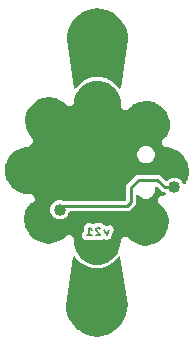
<source format=gbr>
G04 EAGLE Gerber RS-274X export*
G75*
%MOMM*%
%FSLAX34Y34*%
%LPD*%
%INBottom Copper*%
%IPPOS*%
%AMOC8*
5,1,8,0,0,1.08239X$1,22.5*%
G01*
%ADD10C,0.203200*%
%ADD11C,4.064000*%
%ADD12C,1.016000*%
%ADD13C,0.254000*%

G36*
X2080Y-103748D02*
X2080Y-103748D01*
X2129Y-103752D01*
X2289Y-103735D01*
X2935Y-103625D01*
X2944Y-103622D01*
X3080Y-103591D01*
X7078Y-102409D01*
X7092Y-102402D01*
X7207Y-102363D01*
X8064Y-102005D01*
X8075Y-101999D01*
X8179Y-101949D01*
X8186Y-101946D01*
X8188Y-101945D01*
X8193Y-101943D01*
X10004Y-100933D01*
X10014Y-100925D01*
X10125Y-100856D01*
X11810Y-99648D01*
X11820Y-99639D01*
X11922Y-99558D01*
X13461Y-98168D01*
X13469Y-98159D01*
X13479Y-98152D01*
X13492Y-98136D01*
X13562Y-98066D01*
X14934Y-96512D01*
X14946Y-96494D01*
X15001Y-96428D01*
X15315Y-96005D01*
X15318Y-96000D01*
X15654Y-95545D01*
X15655Y-95544D01*
X15656Y-95543D01*
X15659Y-95538D01*
X15664Y-95530D01*
X15677Y-95514D01*
X15926Y-95158D01*
X15931Y-95154D01*
X15948Y-95134D01*
X16289Y-94862D01*
X16297Y-94854D01*
X16316Y-94840D01*
X16333Y-94826D01*
X16351Y-94806D01*
X16396Y-94767D01*
X16396Y-94766D01*
X16404Y-94756D01*
X16428Y-94737D01*
X16533Y-94614D01*
X17393Y-93462D01*
X17454Y-93356D01*
X17521Y-93252D01*
X17541Y-93202D01*
X17550Y-93186D01*
X17556Y-93165D01*
X17581Y-93103D01*
X19445Y-87493D01*
X19459Y-87422D01*
X19483Y-87354D01*
X19506Y-87195D01*
X19741Y-84268D01*
X19741Y-84249D01*
X19745Y-84197D01*
X19747Y-84103D01*
X19746Y-84093D01*
X19748Y-84072D01*
X19748Y-82395D01*
X20962Y-81239D01*
X20969Y-81231D01*
X20985Y-81217D01*
X22171Y-80031D01*
X23847Y-80072D01*
X23857Y-80071D01*
X23878Y-80073D01*
X25555Y-80073D01*
X26711Y-81287D01*
X26719Y-81293D01*
X26733Y-81310D01*
X26800Y-81377D01*
X26815Y-81388D01*
X26853Y-81427D01*
X29077Y-83409D01*
X29140Y-83452D01*
X29196Y-83503D01*
X29334Y-83587D01*
X34648Y-86363D01*
X34768Y-86408D01*
X34885Y-86458D01*
X34930Y-86468D01*
X34946Y-86474D01*
X34968Y-86476D01*
X35043Y-86493D01*
X40968Y-87406D01*
X41096Y-87409D01*
X41224Y-87419D01*
X41269Y-87414D01*
X41286Y-87414D01*
X41308Y-87410D01*
X41384Y-87401D01*
X47287Y-86353D01*
X47409Y-86315D01*
X47533Y-86283D01*
X47574Y-86264D01*
X47591Y-86258D01*
X47610Y-86247D01*
X47679Y-86214D01*
X52928Y-83317D01*
X53023Y-83248D01*
X53123Y-83184D01*
X53130Y-83177D01*
X53138Y-83171D01*
X53171Y-83140D01*
X53185Y-83129D01*
X53199Y-83112D01*
X53254Y-83059D01*
X57287Y-78623D01*
X57360Y-78518D01*
X57439Y-78417D01*
X57459Y-78377D01*
X57470Y-78363D01*
X57477Y-78342D01*
X57512Y-78274D01*
X59898Y-72773D01*
X59933Y-72651D01*
X59975Y-72530D01*
X59982Y-72485D01*
X59987Y-72468D01*
X59987Y-72446D01*
X59998Y-72370D01*
X60481Y-66394D01*
X60475Y-66267D01*
X60476Y-66139D01*
X60467Y-66094D01*
X60467Y-66076D01*
X60460Y-66056D01*
X60446Y-65980D01*
X58974Y-60168D01*
X58927Y-60049D01*
X58887Y-59928D01*
X58864Y-59888D01*
X58858Y-59872D01*
X58845Y-59854D01*
X58808Y-59788D01*
X55539Y-54761D01*
X55490Y-54704D01*
X55449Y-54640D01*
X55338Y-54523D01*
X53132Y-52478D01*
X53114Y-52465D01*
X53053Y-52410D01*
X51728Y-51370D01*
X51326Y-48027D01*
X53405Y-45378D01*
X55051Y-45180D01*
X55074Y-45174D01*
X55097Y-45174D01*
X55186Y-45148D01*
X55243Y-45148D01*
X55251Y-45147D01*
X55395Y-45139D01*
X56976Y-44948D01*
X57057Y-44928D01*
X57140Y-44917D01*
X57211Y-44889D01*
X57284Y-44871D01*
X57358Y-44831D01*
X57435Y-44800D01*
X57497Y-44756D01*
X57564Y-44719D01*
X57625Y-44663D01*
X57693Y-44614D01*
X57741Y-44555D01*
X57797Y-44503D01*
X57842Y-44433D01*
X57896Y-44369D01*
X57928Y-44300D01*
X57969Y-44236D01*
X57996Y-44156D01*
X58031Y-44081D01*
X58045Y-44006D01*
X58069Y-43934D01*
X58075Y-43850D01*
X58091Y-43768D01*
X58086Y-43692D01*
X58091Y-43616D01*
X58076Y-43534D01*
X58071Y-43451D01*
X58048Y-43379D01*
X58034Y-43304D01*
X57999Y-43228D01*
X57973Y-43149D01*
X57932Y-43084D01*
X57900Y-43015D01*
X57848Y-42950D01*
X57803Y-42880D01*
X57747Y-42828D01*
X57699Y-42769D01*
X57632Y-42719D01*
X57571Y-42662D01*
X57505Y-42625D01*
X57443Y-42580D01*
X57366Y-42549D01*
X57293Y-42508D01*
X57219Y-42489D01*
X57148Y-42461D01*
X57066Y-42450D01*
X56985Y-42429D01*
X56841Y-42420D01*
X56833Y-42419D01*
X56829Y-42419D01*
X56824Y-42419D01*
X55361Y-42419D01*
X50740Y-37798D01*
X50650Y-37728D01*
X50564Y-37651D01*
X50542Y-37640D01*
X50524Y-37624D01*
X50506Y-37616D01*
X50489Y-37603D01*
X50384Y-37557D01*
X50282Y-37505D01*
X50257Y-37499D01*
X50236Y-37489D01*
X50217Y-37485D01*
X50197Y-37477D01*
X50084Y-37459D01*
X49972Y-37433D01*
X49947Y-37433D01*
X49923Y-37429D01*
X49904Y-37430D01*
X49883Y-37427D01*
X49769Y-37438D01*
X49654Y-37440D01*
X49629Y-37447D01*
X49606Y-37449D01*
X49588Y-37455D01*
X49567Y-37457D01*
X49459Y-37495D01*
X49348Y-37526D01*
X49326Y-37540D01*
X49304Y-37547D01*
X49288Y-37557D01*
X49267Y-37564D01*
X49172Y-37629D01*
X49073Y-37686D01*
X49055Y-37704D01*
X49035Y-37717D01*
X49022Y-37731D01*
X49004Y-37743D01*
X48928Y-37829D01*
X48847Y-37909D01*
X48833Y-37931D01*
X48817Y-37949D01*
X48808Y-37965D01*
X48794Y-37981D01*
X48741Y-38084D01*
X48682Y-38181D01*
X48675Y-38206D01*
X48663Y-38227D01*
X48659Y-38246D01*
X48649Y-38264D01*
X48624Y-38377D01*
X48591Y-38486D01*
X48590Y-38512D01*
X48584Y-38535D01*
X48582Y-38562D01*
X48579Y-38575D01*
X48580Y-38597D01*
X48574Y-38696D01*
X48574Y-41852D01*
X47463Y-44534D01*
X45409Y-46588D01*
X42727Y-47699D01*
X39823Y-47699D01*
X37141Y-46588D01*
X35060Y-44507D01*
X34951Y-44422D01*
X34844Y-44334D01*
X34825Y-44325D01*
X34809Y-44312D01*
X34681Y-44257D01*
X34556Y-44198D01*
X34536Y-44194D01*
X34517Y-44186D01*
X34379Y-44164D01*
X34243Y-44138D01*
X34223Y-44139D01*
X34203Y-44136D01*
X34064Y-44149D01*
X33926Y-44158D01*
X33907Y-44164D01*
X33887Y-44166D01*
X33755Y-44213D01*
X33624Y-44256D01*
X33606Y-44267D01*
X33587Y-44274D01*
X33472Y-44352D01*
X33355Y-44426D01*
X33341Y-44441D01*
X33324Y-44452D01*
X33232Y-44557D01*
X33137Y-44658D01*
X33127Y-44675D01*
X33114Y-44691D01*
X33050Y-44815D01*
X32983Y-44936D01*
X32978Y-44956D01*
X32969Y-44974D01*
X32939Y-45110D01*
X32904Y-45244D01*
X32902Y-45272D01*
X32899Y-45284D01*
X32900Y-45305D01*
X32894Y-45405D01*
X32894Y-52589D01*
X27189Y-58294D01*
X-22577Y-58294D01*
X-22607Y-58297D01*
X-22636Y-58295D01*
X-22764Y-58317D01*
X-22893Y-58334D01*
X-22920Y-58344D01*
X-22949Y-58349D01*
X-23068Y-58403D01*
X-23188Y-58451D01*
X-23212Y-58468D01*
X-23239Y-58480D01*
X-23341Y-58561D01*
X-23446Y-58637D01*
X-23465Y-58660D01*
X-23488Y-58679D01*
X-23566Y-58782D01*
X-23649Y-58882D01*
X-23661Y-58909D01*
X-23679Y-58933D01*
X-23750Y-59077D01*
X-24859Y-61755D01*
X-27145Y-64041D01*
X-30133Y-65279D01*
X-33367Y-65279D01*
X-36355Y-64041D01*
X-38641Y-61755D01*
X-39879Y-58767D01*
X-39879Y-55533D01*
X-38641Y-52545D01*
X-36355Y-50259D01*
X-33367Y-49021D01*
X-30133Y-49021D01*
X-28833Y-49560D01*
X-28824Y-49562D01*
X-28816Y-49567D01*
X-28671Y-49604D01*
X-28527Y-49644D01*
X-28517Y-49644D01*
X-28508Y-49646D01*
X-28348Y-49656D01*
X22987Y-49656D01*
X23105Y-49641D01*
X23224Y-49634D01*
X23262Y-49621D01*
X23303Y-49616D01*
X23413Y-49573D01*
X23526Y-49536D01*
X23561Y-49514D01*
X23598Y-49499D01*
X23694Y-49430D01*
X23795Y-49366D01*
X23823Y-49336D01*
X23856Y-49313D01*
X23932Y-49221D01*
X24013Y-49134D01*
X24033Y-49099D01*
X24058Y-49068D01*
X24109Y-48960D01*
X24167Y-48856D01*
X24177Y-48816D01*
X24194Y-48780D01*
X24216Y-48663D01*
X24246Y-48548D01*
X24250Y-48488D01*
X24254Y-48468D01*
X24252Y-48447D01*
X24256Y-48387D01*
X24256Y-36311D01*
X33136Y-27431D01*
X52589Y-27431D01*
X55490Y-30333D01*
X57527Y-32370D01*
X57621Y-32443D01*
X57710Y-32521D01*
X57746Y-32540D01*
X57778Y-32565D01*
X57888Y-32612D01*
X57994Y-32666D01*
X58033Y-32675D01*
X58070Y-32691D01*
X58188Y-32710D01*
X58304Y-32736D01*
X58344Y-32734D01*
X58384Y-32741D01*
X58503Y-32730D01*
X58622Y-32726D01*
X58661Y-32715D01*
X58701Y-32711D01*
X58813Y-32671D01*
X58927Y-32638D01*
X58962Y-32617D01*
X59000Y-32603D01*
X59099Y-32536D01*
X59201Y-32476D01*
X59247Y-32436D01*
X59263Y-32425D01*
X59277Y-32409D01*
X59322Y-32370D01*
X60483Y-31209D01*
X63471Y-29971D01*
X66704Y-29971D01*
X69692Y-31209D01*
X71979Y-33495D01*
X72436Y-34601D01*
X72458Y-34638D01*
X72472Y-34678D01*
X72536Y-34775D01*
X72594Y-34877D01*
X72624Y-34908D01*
X72647Y-34943D01*
X72734Y-35021D01*
X72815Y-35105D01*
X72852Y-35128D01*
X72883Y-35156D01*
X72987Y-35210D01*
X73086Y-35271D01*
X73127Y-35284D01*
X73165Y-35304D01*
X73279Y-35331D01*
X73390Y-35365D01*
X73433Y-35367D01*
X73475Y-35377D01*
X73591Y-35375D01*
X73708Y-35380D01*
X73750Y-35372D01*
X73793Y-35371D01*
X73905Y-35340D01*
X74019Y-35316D01*
X74058Y-35297D01*
X74099Y-35286D01*
X74200Y-35227D01*
X74305Y-35176D01*
X74338Y-35148D01*
X74375Y-35127D01*
X74458Y-35046D01*
X74547Y-34970D01*
X74572Y-34935D01*
X74602Y-34905D01*
X74694Y-34773D01*
X76199Y-32292D01*
X76254Y-32168D01*
X76314Y-32045D01*
X76323Y-32014D01*
X76328Y-32001D01*
X76332Y-31980D01*
X76357Y-31890D01*
X77682Y-25459D01*
X77692Y-25323D01*
X77708Y-25188D01*
X77705Y-25156D01*
X77706Y-25142D01*
X77703Y-25121D01*
X77696Y-25027D01*
X76788Y-18524D01*
X76781Y-18499D01*
X76780Y-18477D01*
X76752Y-18391D01*
X76721Y-18260D01*
X76708Y-18231D01*
X76705Y-18217D01*
X76694Y-18199D01*
X76656Y-18113D01*
X73621Y-12291D01*
X73543Y-12179D01*
X73470Y-12064D01*
X73447Y-12041D01*
X73439Y-12030D01*
X73423Y-12016D01*
X73359Y-11948D01*
X68547Y-7480D01*
X68436Y-7401D01*
X68328Y-7317D01*
X68300Y-7303D01*
X68288Y-7295D01*
X68269Y-7287D01*
X68185Y-7245D01*
X62154Y-4649D01*
X62075Y-4626D01*
X61999Y-4594D01*
X61854Y-4563D01*
X61848Y-4561D01*
X61846Y-4561D01*
X61842Y-4560D01*
X59610Y-4223D01*
X59521Y-4221D01*
X59433Y-4209D01*
X59307Y-4216D01*
X59292Y-4215D01*
X59286Y-4217D01*
X59272Y-4218D01*
X59111Y-4237D01*
X59051Y-4211D01*
X58990Y-4175D01*
X58905Y-4149D01*
X58823Y-4114D01*
X58699Y-4088D01*
X58686Y-4083D01*
X58679Y-4083D01*
X58666Y-4080D01*
X58583Y-4068D01*
X58561Y-4067D01*
X58476Y-4056D01*
X56795Y-3948D01*
X54573Y-1418D01*
X54790Y1942D01*
X57319Y4165D01*
X57453Y4156D01*
X57562Y4163D01*
X57671Y4161D01*
X57720Y4172D01*
X57771Y4176D01*
X57874Y4209D01*
X57980Y4234D01*
X58025Y4258D01*
X58073Y4273D01*
X58165Y4331D01*
X58262Y4382D01*
X58299Y4416D01*
X58342Y4443D01*
X58417Y4522D01*
X58497Y4595D01*
X58545Y4658D01*
X58560Y4675D01*
X58569Y4689D01*
X58594Y4724D01*
X58954Y5268D01*
X58989Y5341D01*
X59033Y5408D01*
X59093Y5551D01*
X59094Y5554D01*
X59094Y5555D01*
X59095Y5557D01*
X61152Y11576D01*
X61179Y11707D01*
X61212Y11837D01*
X61213Y11873D01*
X61216Y11887D01*
X61215Y11909D01*
X61220Y11998D01*
X61163Y18358D01*
X61145Y18491D01*
X61132Y18624D01*
X61122Y18659D01*
X61120Y18673D01*
X61112Y18693D01*
X61087Y18779D01*
X58921Y24759D01*
X58860Y24879D01*
X58804Y25000D01*
X58783Y25029D01*
X58776Y25043D01*
X58762Y25059D01*
X58710Y25131D01*
X54681Y30054D01*
X54584Y30146D01*
X54491Y30242D01*
X54461Y30262D01*
X54451Y30273D01*
X54432Y30283D01*
X54359Y30334D01*
X48924Y33640D01*
X48802Y33695D01*
X48682Y33754D01*
X48648Y33764D01*
X48634Y33770D01*
X48613Y33774D01*
X48527Y33798D01*
X42304Y35112D01*
X42170Y35123D01*
X42037Y35139D01*
X42001Y35137D01*
X41987Y35138D01*
X41965Y35135D01*
X41876Y35129D01*
X35570Y34303D01*
X35440Y34269D01*
X35309Y34240D01*
X35276Y34226D01*
X35262Y34222D01*
X35243Y34212D01*
X35161Y34177D01*
X29486Y31304D01*
X29419Y31258D01*
X29347Y31222D01*
X29225Y31127D01*
X29223Y31126D01*
X29222Y31125D01*
X29220Y31123D01*
X28151Y30181D01*
X28087Y30108D01*
X28016Y30042D01*
X27993Y30007D01*
X26666Y28846D01*
X26652Y28830D01*
X26585Y28769D01*
X25548Y27685D01*
X25524Y27682D01*
X25484Y27665D01*
X25442Y27655D01*
X25338Y27603D01*
X25279Y27578D01*
X23777Y27679D01*
X23756Y27677D01*
X23665Y27681D01*
X22165Y27649D01*
X22146Y27663D01*
X22106Y27679D01*
X22069Y27703D01*
X21959Y27739D01*
X21900Y27763D01*
X20909Y28896D01*
X20892Y28910D01*
X20831Y28977D01*
X19748Y30015D01*
X19744Y30038D01*
X19727Y30078D01*
X19718Y30121D01*
X19666Y30224D01*
X19641Y30283D01*
X19741Y31785D01*
X19740Y31807D01*
X19744Y31897D01*
X19706Y33634D01*
X19708Y33646D01*
X19730Y33737D01*
X19736Y33852D01*
X19738Y33869D01*
X19737Y33878D01*
X19738Y33897D01*
X19725Y35028D01*
X19715Y35096D01*
X19716Y35165D01*
X19686Y35324D01*
X18265Y40945D01*
X18222Y41055D01*
X18186Y41168D01*
X18157Y41222D01*
X18149Y41241D01*
X18137Y41257D01*
X18109Y41310D01*
X17609Y42103D01*
X17596Y42120D01*
X17586Y42139D01*
X17496Y42242D01*
X17408Y42349D01*
X17390Y42362D01*
X17376Y42378D01*
X17263Y42455D01*
X17151Y42537D01*
X17131Y42545D01*
X17114Y42557D01*
X16984Y42604D01*
X16856Y42655D01*
X16851Y42656D01*
X16826Y42675D01*
X16802Y42685D01*
X15816Y44019D01*
X15804Y44032D01*
X15775Y44072D01*
X13777Y46491D01*
X13762Y46506D01*
X13750Y46524D01*
X13636Y46637D01*
X11493Y48519D01*
X11475Y48531D01*
X11461Y48546D01*
X11330Y48640D01*
X8914Y50156D01*
X8895Y50165D01*
X8878Y50178D01*
X8734Y50250D01*
X6108Y51361D01*
X6087Y51367D01*
X6069Y51377D01*
X5915Y51425D01*
X3145Y52104D01*
X3124Y52106D01*
X3104Y52113D01*
X2944Y52136D01*
X102Y52364D01*
X80Y52363D01*
X59Y52367D01*
X-102Y52364D01*
X-2944Y52136D01*
X-2965Y52132D01*
X-2986Y52132D01*
X-3145Y52104D01*
X-5915Y51425D01*
X-5935Y51418D01*
X-5956Y51415D01*
X-6108Y51361D01*
X-8734Y50250D01*
X-8753Y50239D01*
X-8773Y50233D01*
X-8914Y50156D01*
X-11330Y48640D01*
X-11346Y48627D01*
X-11365Y48617D01*
X-11493Y48519D01*
X-13636Y46637D01*
X-13650Y46621D01*
X-13667Y46609D01*
X-13777Y46491D01*
X-15775Y44072D01*
X-15784Y44057D01*
X-15816Y44019D01*
X-16798Y42691D01*
X-16799Y42690D01*
X-16874Y42636D01*
X-16883Y42632D01*
X-16906Y42627D01*
X-17026Y42565D01*
X-17150Y42508D01*
X-17168Y42493D01*
X-17189Y42482D01*
X-17291Y42392D01*
X-17396Y42306D01*
X-17410Y42287D01*
X-17427Y42272D01*
X-17503Y42160D01*
X-17584Y42050D01*
X-17598Y42020D01*
X-17606Y42009D01*
X-17613Y41989D01*
X-17653Y41905D01*
X-19248Y37919D01*
X-19266Y37852D01*
X-19292Y37789D01*
X-19326Y37631D01*
X-19740Y34794D01*
X-19740Y34789D01*
X-19749Y34687D01*
X-19751Y34675D01*
X-19751Y34667D01*
X-19753Y34640D01*
X-19790Y33043D01*
X-21049Y31942D01*
X-21059Y31930D01*
X-21089Y31905D01*
X-22299Y30750D01*
X-23968Y30862D01*
X-23983Y30861D01*
X-24022Y30864D01*
X-25694Y30903D01*
X-26746Y32105D01*
X-26750Y32109D01*
X-26855Y32215D01*
X-29023Y34156D01*
X-29080Y34195D01*
X-29131Y34242D01*
X-29267Y34328D01*
X-34447Y37120D01*
X-34557Y37163D01*
X-34665Y37213D01*
X-34724Y37227D01*
X-34743Y37235D01*
X-34763Y37237D01*
X-34821Y37251D01*
X-40610Y38307D01*
X-40728Y38313D01*
X-40846Y38327D01*
X-40907Y38323D01*
X-40928Y38324D01*
X-40948Y38320D01*
X-41007Y38316D01*
X-46839Y37531D01*
X-46953Y37501D01*
X-47070Y37477D01*
X-47126Y37455D01*
X-47146Y37449D01*
X-47164Y37439D01*
X-47219Y37417D01*
X-51333Y35440D01*
X-51434Y35375D01*
X-51539Y35315D01*
X-51583Y35279D01*
X-51600Y35268D01*
X-51614Y35252D01*
X-51662Y35212D01*
X-57775Y29340D01*
X-57849Y29249D01*
X-57928Y29163D01*
X-57962Y29109D01*
X-57975Y29092D01*
X-57983Y29074D01*
X-58013Y29027D01*
X-60139Y25085D01*
X-60182Y24974D01*
X-60231Y24866D01*
X-60246Y24807D01*
X-60253Y24788D01*
X-60256Y24768D01*
X-60270Y24710D01*
X-61326Y18921D01*
X-61332Y18803D01*
X-61346Y18685D01*
X-61342Y18624D01*
X-61343Y18604D01*
X-61339Y18584D01*
X-61335Y18524D01*
X-60550Y12693D01*
X-60519Y12578D01*
X-60496Y12461D01*
X-60473Y12405D01*
X-60468Y12385D01*
X-60458Y12368D01*
X-60436Y12312D01*
X-57887Y7009D01*
X-57850Y6951D01*
X-57821Y6888D01*
X-57727Y6757D01*
X-55863Y4469D01*
X-55847Y4454D01*
X-55797Y4394D01*
X-54635Y3176D01*
X-54713Y-190D01*
X-56962Y-2337D01*
X-56975Y-2353D01*
X-57041Y-2419D01*
X-58375Y-3944D01*
X-60055Y-4056D01*
X-60076Y-4060D01*
X-60165Y-4068D01*
X-63357Y-4563D01*
X-63439Y-4587D01*
X-63524Y-4600D01*
X-63652Y-4648D01*
X-63662Y-4651D01*
X-63666Y-4653D01*
X-63675Y-4656D01*
X-69563Y-7255D01*
X-69684Y-7327D01*
X-69806Y-7396D01*
X-69826Y-7413D01*
X-69835Y-7418D01*
X-69849Y-7433D01*
X-69929Y-7500D01*
X-74573Y-11956D01*
X-74661Y-12065D01*
X-74753Y-12172D01*
X-74766Y-12194D01*
X-74773Y-12203D01*
X-74781Y-12221D01*
X-74833Y-12311D01*
X-77673Y-18087D01*
X-77719Y-18219D01*
X-77769Y-18351D01*
X-77773Y-18377D01*
X-77777Y-18387D01*
X-77778Y-18407D01*
X-77796Y-18510D01*
X-78490Y-24908D01*
X-78489Y-24968D01*
X-78491Y-24979D01*
X-78487Y-25034D01*
X-78487Y-25050D01*
X-78489Y-25190D01*
X-78484Y-25215D01*
X-78484Y-25226D01*
X-78479Y-25245D01*
X-78472Y-25284D01*
X-78471Y-25297D01*
X-78468Y-25307D01*
X-78460Y-25348D01*
X-76924Y-31598D01*
X-76873Y-31729D01*
X-76827Y-31862D01*
X-76814Y-31884D01*
X-76810Y-31895D01*
X-76798Y-31911D01*
X-76746Y-32001D01*
X-73164Y-37348D01*
X-73072Y-37455D01*
X-72983Y-37563D01*
X-72963Y-37580D01*
X-72955Y-37588D01*
X-72939Y-37600D01*
X-72859Y-37667D01*
X-67665Y-41466D01*
X-67542Y-41534D01*
X-67420Y-41606D01*
X-67396Y-41615D01*
X-67386Y-41620D01*
X-67367Y-41625D01*
X-67269Y-41661D01*
X-61088Y-43455D01*
X-61004Y-43468D01*
X-60921Y-43491D01*
X-60785Y-43503D01*
X-60774Y-43505D01*
X-60770Y-43504D01*
X-60761Y-43505D01*
X-58102Y-43560D01*
X-58094Y-43559D01*
X-58076Y-43560D01*
X-57328Y-43560D01*
X-57307Y-43558D01*
X-57243Y-43557D01*
X-55740Y-43457D01*
X-53206Y-45675D01*
X-52982Y-49035D01*
X-55200Y-51569D01*
X-56344Y-51645D01*
X-56449Y-51665D01*
X-56554Y-51677D01*
X-56604Y-51696D01*
X-56656Y-51706D01*
X-56752Y-51751D01*
X-56852Y-51789D01*
X-56896Y-51819D01*
X-56943Y-51842D01*
X-57025Y-51910D01*
X-57113Y-51972D01*
X-57171Y-52032D01*
X-57188Y-52046D01*
X-57197Y-52059D01*
X-57225Y-52087D01*
X-57904Y-52883D01*
X-57942Y-52940D01*
X-57988Y-52992D01*
X-58070Y-53131D01*
X-60820Y-58528D01*
X-60860Y-58640D01*
X-60907Y-58749D01*
X-60921Y-58808D01*
X-60928Y-58827D01*
X-60930Y-58848D01*
X-60943Y-58906D01*
X-61890Y-64889D01*
X-61894Y-65007D01*
X-61905Y-65126D01*
X-61900Y-65186D01*
X-61900Y-65207D01*
X-61896Y-65227D01*
X-61890Y-65286D01*
X-60943Y-71269D01*
X-60910Y-71383D01*
X-60884Y-71499D01*
X-60860Y-71555D01*
X-60854Y-71575D01*
X-60844Y-71592D01*
X-60820Y-71647D01*
X-58070Y-77044D01*
X-58003Y-77142D01*
X-57943Y-77245D01*
X-57903Y-77290D01*
X-57891Y-77307D01*
X-57876Y-77321D01*
X-57836Y-77366D01*
X-53553Y-81649D01*
X-53459Y-81722D01*
X-53370Y-81800D01*
X-53318Y-81831D01*
X-53302Y-81844D01*
X-53283Y-81852D01*
X-53232Y-81882D01*
X-47834Y-84632D01*
X-47723Y-84673D01*
X-47614Y-84720D01*
X-47554Y-84733D01*
X-47535Y-84740D01*
X-47515Y-84742D01*
X-47457Y-84755D01*
X-41474Y-85703D01*
X-41355Y-85707D01*
X-41237Y-85718D01*
X-41176Y-85712D01*
X-41156Y-85713D01*
X-41136Y-85708D01*
X-41076Y-85703D01*
X-35093Y-84755D01*
X-34979Y-84722D01*
X-34863Y-84696D01*
X-34808Y-84672D01*
X-34788Y-84666D01*
X-34770Y-84656D01*
X-34716Y-84632D01*
X-29318Y-81882D01*
X-29261Y-81844D01*
X-29199Y-81813D01*
X-29070Y-81717D01*
X-27513Y-80387D01*
X-27509Y-80383D01*
X-27501Y-80377D01*
X-26623Y-79608D01*
X-26609Y-79592D01*
X-26561Y-79550D01*
X-25432Y-78421D01*
X-25392Y-78412D01*
X-25320Y-78376D01*
X-23719Y-78482D01*
X-23698Y-78481D01*
X-23635Y-78485D01*
X-22038Y-78485D01*
X-22004Y-78507D01*
X-21927Y-78533D01*
X-20870Y-79740D01*
X-20855Y-79753D01*
X-20813Y-79801D01*
X-19683Y-80931D01*
X-19675Y-80970D01*
X-19638Y-81043D01*
X-19745Y-82643D01*
X-19744Y-82664D01*
X-19748Y-82728D01*
X-19748Y-83774D01*
X-19747Y-83779D01*
X-19748Y-83791D01*
X-19719Y-85887D01*
X-19709Y-85959D01*
X-19709Y-86031D01*
X-19678Y-86189D01*
X-18192Y-91910D01*
X-18146Y-92025D01*
X-18107Y-92141D01*
X-18081Y-92188D01*
X-18074Y-92206D01*
X-18061Y-92223D01*
X-18029Y-92281D01*
X-14814Y-97242D01*
X-14735Y-97336D01*
X-14661Y-97434D01*
X-14621Y-97470D01*
X-14609Y-97485D01*
X-14591Y-97498D01*
X-14542Y-97543D01*
X-9927Y-101236D01*
X-9822Y-101301D01*
X-9721Y-101371D01*
X-9672Y-101392D01*
X-9655Y-101402D01*
X-9635Y-101409D01*
X-9574Y-101436D01*
X-4029Y-103486D01*
X-3909Y-103514D01*
X-3792Y-103548D01*
X-3738Y-103554D01*
X-3719Y-103558D01*
X-3698Y-103557D01*
X-3631Y-103564D01*
X2032Y-103753D01*
X2080Y-103748D01*
G37*
G36*
X3638Y-164222D02*
X3638Y-164222D01*
X3729Y-164200D01*
X3795Y-164194D01*
X7667Y-163184D01*
X7754Y-163148D01*
X7818Y-163131D01*
X11484Y-161528D01*
X11564Y-161478D01*
X11625Y-161452D01*
X14996Y-159295D01*
X15067Y-159234D01*
X15123Y-159199D01*
X18114Y-156540D01*
X18175Y-156469D01*
X18225Y-156425D01*
X20764Y-153332D01*
X20812Y-153252D01*
X20855Y-153201D01*
X22879Y-149748D01*
X22914Y-149662D01*
X22948Y-149605D01*
X24407Y-145878D01*
X24429Y-145787D01*
X24453Y-145726D01*
X25311Y-141817D01*
X25318Y-141724D01*
X25333Y-141659D01*
X25569Y-137664D01*
X25558Y-137532D01*
X25560Y-137453D01*
X19560Y-97453D01*
X19559Y-97452D01*
X19559Y-97450D01*
X19519Y-97319D01*
X19516Y-97307D01*
X19494Y-97221D01*
X19487Y-97211D01*
X19478Y-97181D01*
X19477Y-97179D01*
X19477Y-97177D01*
X19401Y-97060D01*
X19358Y-96993D01*
X19348Y-96977D01*
X19346Y-96975D01*
X19325Y-96942D01*
X19323Y-96940D01*
X19322Y-96939D01*
X19216Y-96846D01*
X19111Y-96754D01*
X19109Y-96753D01*
X19108Y-96752D01*
X18980Y-96693D01*
X18854Y-96634D01*
X18852Y-96633D01*
X18850Y-96632D01*
X18710Y-96611D01*
X18573Y-96589D01*
X18571Y-96589D01*
X18569Y-96589D01*
X18432Y-96606D01*
X18291Y-96624D01*
X18289Y-96625D01*
X18287Y-96625D01*
X18162Y-96679D01*
X18029Y-96736D01*
X18028Y-96737D01*
X18026Y-96738D01*
X18013Y-96749D01*
X18008Y-96753D01*
X18007Y-96754D01*
X18003Y-96757D01*
X17809Y-96916D01*
X17800Y-96929D01*
X17790Y-96937D01*
X17783Y-96949D01*
X17773Y-96958D01*
X15464Y-99754D01*
X12800Y-102093D01*
X9797Y-103977D01*
X6532Y-105359D01*
X3089Y-106202D01*
X-445Y-106486D01*
X-3978Y-106202D01*
X-7421Y-105359D01*
X-10686Y-103977D01*
X-13689Y-102093D01*
X-16353Y-99754D01*
X-18662Y-96958D01*
X-18663Y-96956D01*
X-18664Y-96955D01*
X-18768Y-96860D01*
X-18841Y-96794D01*
X-18853Y-96782D01*
X-18854Y-96782D01*
X-18872Y-96766D01*
X-18873Y-96765D01*
X-18875Y-96764D01*
X-19005Y-96700D01*
X-19126Y-96640D01*
X-19128Y-96640D01*
X-19130Y-96639D01*
X-19270Y-96614D01*
X-19406Y-96589D01*
X-19408Y-96590D01*
X-19410Y-96589D01*
X-19546Y-96604D01*
X-19689Y-96619D01*
X-19691Y-96619D01*
X-19693Y-96620D01*
X-19820Y-96672D01*
X-19953Y-96725D01*
X-19954Y-96726D01*
X-19956Y-96727D01*
X-20064Y-96812D01*
X-20176Y-96900D01*
X-20177Y-96902D01*
X-20179Y-96903D01*
X-20203Y-96937D01*
X-20204Y-96937D01*
X-20207Y-96943D01*
X-20260Y-97016D01*
X-20343Y-97131D01*
X-20343Y-97133D01*
X-20345Y-97134D01*
X-20350Y-97151D01*
X-20355Y-97164D01*
X-20361Y-97174D01*
X-20385Y-97248D01*
X-20439Y-97398D01*
X-20440Y-97423D01*
X-20447Y-97445D01*
X-20447Y-97449D01*
X-20449Y-97453D01*
X-26449Y-137453D01*
X-26450Y-137586D01*
X-26458Y-137664D01*
X-26222Y-141659D01*
X-26203Y-141751D01*
X-26200Y-141817D01*
X-25342Y-145726D01*
X-25309Y-145814D01*
X-25296Y-145878D01*
X-23837Y-149605D01*
X-23791Y-149686D01*
X-23767Y-149748D01*
X-21744Y-153201D01*
X-21685Y-153274D01*
X-21653Y-153332D01*
X-19113Y-156425D01*
X-19045Y-156489D01*
X-19003Y-156540D01*
X-16011Y-159198D01*
X-15933Y-159250D01*
X-15884Y-159295D01*
X-12514Y-161452D01*
X-12429Y-161491D01*
X-12373Y-161527D01*
X-8707Y-163131D01*
X-8616Y-163156D01*
X-8556Y-163183D01*
X-4684Y-164194D01*
X-4591Y-164205D01*
X-4527Y-164222D01*
X-544Y-164614D01*
X-422Y-164609D01*
X-345Y-164614D01*
X3638Y-164222D01*
G37*
G36*
X-18877Y45552D02*
X-18877Y45552D01*
X-18735Y45570D01*
X-18734Y45571D01*
X-18732Y45571D01*
X-18607Y45625D01*
X-18474Y45682D01*
X-18472Y45683D01*
X-18471Y45684D01*
X-18458Y45695D01*
X-18254Y45862D01*
X-18236Y45887D01*
X-18217Y45904D01*
X-15908Y48700D01*
X-13244Y51039D01*
X-10242Y52923D01*
X-6977Y54305D01*
X-3534Y55148D01*
X0Y55432D01*
X3534Y55148D01*
X6977Y54305D01*
X10242Y52923D01*
X13244Y51039D01*
X15908Y48700D01*
X18217Y45904D01*
X18219Y45902D01*
X18220Y45901D01*
X18324Y45806D01*
X18427Y45712D01*
X18429Y45711D01*
X18430Y45710D01*
X18560Y45646D01*
X18682Y45586D01*
X18684Y45586D01*
X18685Y45585D01*
X18826Y45560D01*
X18962Y45535D01*
X18964Y45536D01*
X18965Y45535D01*
X19102Y45550D01*
X19244Y45565D01*
X19246Y45565D01*
X19248Y45566D01*
X19376Y45618D01*
X19508Y45671D01*
X19510Y45672D01*
X19511Y45673D01*
X19619Y45758D01*
X19732Y45846D01*
X19733Y45848D01*
X19734Y45849D01*
X19815Y45962D01*
X19898Y46077D01*
X19899Y46079D01*
X19900Y46080D01*
X19906Y46097D01*
X19994Y46344D01*
X19996Y46375D01*
X20004Y46399D01*
X26004Y86399D01*
X26005Y86532D01*
X26013Y86610D01*
X25777Y90605D01*
X25759Y90697D01*
X25756Y90763D01*
X24898Y94672D01*
X24865Y94760D01*
X24851Y94824D01*
X23392Y98551D01*
X23347Y98632D01*
X23323Y98694D01*
X21299Y102147D01*
X21241Y102220D01*
X21208Y102278D01*
X18669Y105371D01*
X18600Y105435D01*
X18559Y105486D01*
X15567Y108144D01*
X15489Y108196D01*
X15440Y108241D01*
X12069Y110398D01*
X11984Y110437D01*
X11929Y110473D01*
X8262Y112077D01*
X8172Y112102D01*
X8112Y112129D01*
X4239Y113140D01*
X4146Y113151D01*
X4082Y113168D01*
X100Y113560D01*
X9Y113557D01*
X-43Y113557D01*
X-100Y113560D01*
X-4082Y113168D01*
X-4173Y113146D01*
X-4239Y113140D01*
X-8112Y112130D01*
X-8198Y112094D01*
X-8262Y112077D01*
X-11929Y110474D01*
X-12009Y110424D01*
X-12069Y110398D01*
X-15440Y108241D01*
X-15511Y108180D01*
X-15567Y108145D01*
X-18559Y105486D01*
X-18619Y105415D01*
X-18669Y105371D01*
X-21208Y102278D01*
X-21257Y102198D01*
X-21299Y102147D01*
X-23323Y98694D01*
X-23359Y98608D01*
X-23393Y98551D01*
X-24852Y94824D01*
X-24873Y94733D01*
X-24898Y94672D01*
X-25756Y90763D01*
X-25763Y90670D01*
X-25778Y90605D01*
X-26014Y86610D01*
X-26003Y86478D01*
X-26004Y86399D01*
X-20004Y46399D01*
X-20003Y46398D01*
X-20003Y46396D01*
X-19964Y46265D01*
X-19923Y46127D01*
X-19922Y46125D01*
X-19921Y46123D01*
X-19845Y46006D01*
X-19769Y45888D01*
X-19768Y45886D01*
X-19767Y45885D01*
X-19660Y45792D01*
X-19556Y45700D01*
X-19554Y45699D01*
X-19552Y45698D01*
X-19424Y45639D01*
X-19298Y45580D01*
X-19296Y45579D01*
X-19295Y45578D01*
X-19155Y45557D01*
X-19017Y45535D01*
X-19016Y45535D01*
X-19014Y45535D01*
X-18877Y45552D01*
G37*
%LPC*%
G36*
X8300Y-82745D02*
X8300Y-82745D01*
X8152Y-82715D01*
X8143Y-82716D01*
X8134Y-82714D01*
X7985Y-82725D01*
X7835Y-82733D01*
X7826Y-82736D01*
X7817Y-82736D01*
X7759Y-82752D01*
X6584Y-82164D01*
X6575Y-82161D01*
X6567Y-82156D01*
X6418Y-82095D01*
X5817Y-81895D01*
X5676Y-81867D01*
X5536Y-81836D01*
X5521Y-81836D01*
X5505Y-81833D01*
X5361Y-81841D01*
X5218Y-81845D01*
X5203Y-81850D01*
X5187Y-81851D01*
X5050Y-81894D01*
X4913Y-81934D01*
X4899Y-81942D01*
X4884Y-81946D01*
X4763Y-82022D01*
X4639Y-82095D01*
X4623Y-82110D01*
X4614Y-82115D01*
X4602Y-82128D01*
X4518Y-82202D01*
X4296Y-82424D01*
X-10623Y-82424D01*
X-13004Y-80043D01*
X-13004Y-76675D01*
X-11342Y-75013D01*
X-11281Y-74935D01*
X-11213Y-74863D01*
X-11184Y-74810D01*
X-11147Y-74762D01*
X-11108Y-74671D01*
X-11060Y-74584D01*
X-11045Y-74526D01*
X-11021Y-74470D01*
X-11005Y-74372D01*
X-10980Y-74277D01*
X-10974Y-74176D01*
X-10971Y-74156D01*
X-10972Y-74144D01*
X-10970Y-74116D01*
X-10970Y-70574D01*
X-8589Y-68193D01*
X-5222Y-68193D01*
X-4569Y-68846D01*
X-4474Y-68919D01*
X-4384Y-68999D01*
X-4349Y-69016D01*
X-4318Y-69040D01*
X-4207Y-69088D01*
X-4100Y-69143D01*
X-4062Y-69151D01*
X-4026Y-69167D01*
X-3907Y-69186D01*
X-3790Y-69212D01*
X-3751Y-69211D01*
X-3712Y-69217D01*
X-3592Y-69205D01*
X-3472Y-69201D01*
X-3435Y-69191D01*
X-3396Y-69187D01*
X-3282Y-69146D01*
X-3167Y-69112D01*
X-3133Y-69093D01*
X-3096Y-69079D01*
X-3064Y-69057D01*
X-3053Y-69053D01*
X-2995Y-69010D01*
X-2893Y-68950D01*
X-2850Y-68912D01*
X-2833Y-68901D01*
X-2819Y-68885D01*
X-2807Y-68875D01*
X-2796Y-68866D01*
X-2790Y-68859D01*
X-2772Y-68844D01*
X-2767Y-68838D01*
X-2122Y-68193D01*
X-484Y-68193D01*
X3279Y-68193D01*
X4585Y-69499D01*
X4644Y-69545D01*
X4696Y-69598D01*
X4769Y-69642D01*
X4836Y-69694D01*
X4905Y-69723D01*
X4968Y-69762D01*
X5050Y-69786D01*
X5128Y-69820D01*
X5202Y-69832D01*
X5273Y-69853D01*
X5358Y-69857D01*
X5442Y-69870D01*
X5517Y-69863D01*
X5591Y-69866D01*
X5600Y-69864D01*
X7661Y-70551D01*
X7670Y-70553D01*
X7678Y-70557D01*
X7825Y-70584D01*
X7973Y-70613D01*
X7982Y-70613D01*
X7991Y-70614D01*
X8141Y-70604D01*
X8291Y-70596D01*
X8299Y-70593D01*
X8308Y-70592D01*
X8464Y-70551D01*
X10408Y-69903D01*
X13420Y-71409D01*
X14485Y-74603D01*
X11868Y-79838D01*
X11865Y-79847D01*
X11860Y-79855D01*
X11799Y-80004D01*
X11381Y-81259D01*
X11331Y-81293D01*
X11206Y-81376D01*
X11200Y-81383D01*
X11193Y-81388D01*
X11095Y-81501D01*
X10994Y-81613D01*
X10990Y-81621D01*
X10984Y-81628D01*
X10954Y-81680D01*
X9708Y-82095D01*
X9699Y-82099D01*
X9690Y-82101D01*
X9541Y-82164D01*
X8359Y-82756D01*
X8300Y-82745D01*
G37*
%LPD*%
%LPC*%
G36*
X39823Y-17699D02*
X39823Y-17699D01*
X37141Y-16588D01*
X35087Y-14534D01*
X33976Y-11852D01*
X33976Y-8948D01*
X35087Y-6266D01*
X37141Y-4212D01*
X39823Y-3101D01*
X42727Y-3101D01*
X45409Y-4212D01*
X47463Y-6266D01*
X48574Y-8948D01*
X48574Y-11852D01*
X47463Y-14534D01*
X45409Y-16588D01*
X42727Y-17699D01*
X39823Y-17699D01*
G37*
%LPD*%
D10*
X10097Y-74292D02*
X8063Y-78359D01*
X6029Y-74292D01*
X2612Y-78359D02*
X-1455Y-78359D01*
X2612Y-78359D02*
X-1455Y-74292D01*
X-1455Y-73275D01*
X-438Y-72258D01*
X1596Y-72258D01*
X2612Y-73275D01*
X-4872Y-74292D02*
X-6906Y-72258D01*
X-6906Y-78359D01*
X-8939Y-78359D02*
X-4872Y-78359D01*
D11*
X-445Y-133304D03*
X0Y82250D03*
D12*
X65088Y-38100D03*
X-31750Y-57150D03*
D13*
X-28575Y-53975D02*
X25400Y-53975D01*
X-28575Y-53975D02*
X-31750Y-57150D01*
X57150Y-38100D02*
X65088Y-38100D01*
X57150Y-38100D02*
X50800Y-31750D01*
X34925Y-31750D01*
X28575Y-38100D01*
X28575Y-50800D01*
X25400Y-53975D01*
D12*
X-33338Y-25400D03*
X-50800Y22225D03*
X-15875Y3175D03*
X12700Y-38100D03*
X65088Y-12700D03*
D13*
X15875Y-28575D02*
X12700Y-31750D01*
X12700Y-38100D01*
D12*
X49213Y-79375D03*
D10*
X19050Y-79375D01*
X15875Y-76200D01*
X15875Y-88900D01*
X3175Y-101600D01*
X0Y-101600D01*
X0Y-132860D02*
X-445Y-133304D01*
M02*

</source>
